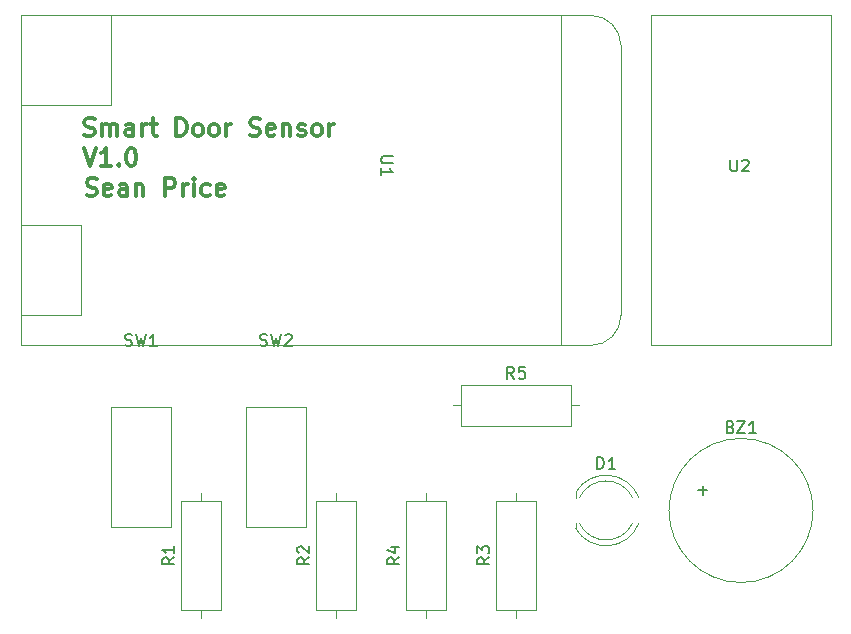
<source format=gto>
G04 #@! TF.GenerationSoftware,KiCad,Pcbnew,(6.0.2)*
G04 #@! TF.CreationDate,2022-06-07T20:46:00+01:00*
G04 #@! TF.ProjectId,Smart_Door_Sensor,536d6172-745f-4446-9f6f-725f53656e73,rev?*
G04 #@! TF.SameCoordinates,Original*
G04 #@! TF.FileFunction,Legend,Top*
G04 #@! TF.FilePolarity,Positive*
%FSLAX46Y46*%
G04 Gerber Fmt 4.6, Leading zero omitted, Abs format (unit mm)*
G04 Created by KiCad (PCBNEW (6.0.2)) date 2022-06-07 20:46:00*
%MOMM*%
%LPD*%
G01*
G04 APERTURE LIST*
%ADD10C,0.300000*%
%ADD11C,0.150000*%
%ADD12C,0.120000*%
%ADD13C,1.524000*%
%ADD14C,1.600000*%
%ADD15O,1.600000X1.600000*%
%ADD16C,2.000000*%
%ADD17R,1.600000X1.600000*%
%ADD18R,1.800000X1.800000*%
%ADD19C,1.800000*%
G04 APERTURE END LIST*
D10*
X57445000Y-81252142D02*
X57659285Y-81323571D01*
X58016428Y-81323571D01*
X58159285Y-81252142D01*
X58230714Y-81180714D01*
X58302142Y-81037857D01*
X58302142Y-80895000D01*
X58230714Y-80752142D01*
X58159285Y-80680714D01*
X58016428Y-80609285D01*
X57730714Y-80537857D01*
X57587857Y-80466428D01*
X57516428Y-80395000D01*
X57445000Y-80252142D01*
X57445000Y-80109285D01*
X57516428Y-79966428D01*
X57587857Y-79895000D01*
X57730714Y-79823571D01*
X58087857Y-79823571D01*
X58302142Y-79895000D01*
X58945000Y-81323571D02*
X58945000Y-80323571D01*
X58945000Y-80466428D02*
X59016428Y-80395000D01*
X59159285Y-80323571D01*
X59373571Y-80323571D01*
X59516428Y-80395000D01*
X59587857Y-80537857D01*
X59587857Y-81323571D01*
X59587857Y-80537857D02*
X59659285Y-80395000D01*
X59802142Y-80323571D01*
X60016428Y-80323571D01*
X60159285Y-80395000D01*
X60230714Y-80537857D01*
X60230714Y-81323571D01*
X61587857Y-81323571D02*
X61587857Y-80537857D01*
X61516428Y-80395000D01*
X61373571Y-80323571D01*
X61087857Y-80323571D01*
X60945000Y-80395000D01*
X61587857Y-81252142D02*
X61445000Y-81323571D01*
X61087857Y-81323571D01*
X60945000Y-81252142D01*
X60873571Y-81109285D01*
X60873571Y-80966428D01*
X60945000Y-80823571D01*
X61087857Y-80752142D01*
X61445000Y-80752142D01*
X61587857Y-80680714D01*
X62302142Y-81323571D02*
X62302142Y-80323571D01*
X62302142Y-80609285D02*
X62373571Y-80466428D01*
X62445000Y-80395000D01*
X62587857Y-80323571D01*
X62730714Y-80323571D01*
X63016428Y-80323571D02*
X63587857Y-80323571D01*
X63230714Y-79823571D02*
X63230714Y-81109285D01*
X63302142Y-81252142D01*
X63445000Y-81323571D01*
X63587857Y-81323571D01*
X65230714Y-81323571D02*
X65230714Y-79823571D01*
X65587857Y-79823571D01*
X65802142Y-79895000D01*
X65945000Y-80037857D01*
X66016428Y-80180714D01*
X66087857Y-80466428D01*
X66087857Y-80680714D01*
X66016428Y-80966428D01*
X65945000Y-81109285D01*
X65802142Y-81252142D01*
X65587857Y-81323571D01*
X65230714Y-81323571D01*
X66945000Y-81323571D02*
X66802142Y-81252142D01*
X66730714Y-81180714D01*
X66659285Y-81037857D01*
X66659285Y-80609285D01*
X66730714Y-80466428D01*
X66802142Y-80395000D01*
X66945000Y-80323571D01*
X67159285Y-80323571D01*
X67302142Y-80395000D01*
X67373571Y-80466428D01*
X67445000Y-80609285D01*
X67445000Y-81037857D01*
X67373571Y-81180714D01*
X67302142Y-81252142D01*
X67159285Y-81323571D01*
X66945000Y-81323571D01*
X68302142Y-81323571D02*
X68159285Y-81252142D01*
X68087857Y-81180714D01*
X68016428Y-81037857D01*
X68016428Y-80609285D01*
X68087857Y-80466428D01*
X68159285Y-80395000D01*
X68302142Y-80323571D01*
X68516428Y-80323571D01*
X68659285Y-80395000D01*
X68730714Y-80466428D01*
X68802142Y-80609285D01*
X68802142Y-81037857D01*
X68730714Y-81180714D01*
X68659285Y-81252142D01*
X68516428Y-81323571D01*
X68302142Y-81323571D01*
X69445000Y-81323571D02*
X69445000Y-80323571D01*
X69445000Y-80609285D02*
X69516428Y-80466428D01*
X69587857Y-80395000D01*
X69730714Y-80323571D01*
X69873571Y-80323571D01*
X71445000Y-81252142D02*
X71659285Y-81323571D01*
X72016428Y-81323571D01*
X72159285Y-81252142D01*
X72230714Y-81180714D01*
X72302142Y-81037857D01*
X72302142Y-80895000D01*
X72230714Y-80752142D01*
X72159285Y-80680714D01*
X72016428Y-80609285D01*
X71730714Y-80537857D01*
X71587857Y-80466428D01*
X71516428Y-80395000D01*
X71445000Y-80252142D01*
X71445000Y-80109285D01*
X71516428Y-79966428D01*
X71587857Y-79895000D01*
X71730714Y-79823571D01*
X72087857Y-79823571D01*
X72302142Y-79895000D01*
X73516428Y-81252142D02*
X73373571Y-81323571D01*
X73087857Y-81323571D01*
X72945000Y-81252142D01*
X72873571Y-81109285D01*
X72873571Y-80537857D01*
X72945000Y-80395000D01*
X73087857Y-80323571D01*
X73373571Y-80323571D01*
X73516428Y-80395000D01*
X73587857Y-80537857D01*
X73587857Y-80680714D01*
X72873571Y-80823571D01*
X74230714Y-80323571D02*
X74230714Y-81323571D01*
X74230714Y-80466428D02*
X74302142Y-80395000D01*
X74445000Y-80323571D01*
X74659285Y-80323571D01*
X74802142Y-80395000D01*
X74873571Y-80537857D01*
X74873571Y-81323571D01*
X75516428Y-81252142D02*
X75659285Y-81323571D01*
X75945000Y-81323571D01*
X76087857Y-81252142D01*
X76159285Y-81109285D01*
X76159285Y-81037857D01*
X76087857Y-80895000D01*
X75945000Y-80823571D01*
X75730714Y-80823571D01*
X75587857Y-80752142D01*
X75516428Y-80609285D01*
X75516428Y-80537857D01*
X75587857Y-80395000D01*
X75730714Y-80323571D01*
X75945000Y-80323571D01*
X76087857Y-80395000D01*
X77016428Y-81323571D02*
X76873571Y-81252142D01*
X76802142Y-81180714D01*
X76730714Y-81037857D01*
X76730714Y-80609285D01*
X76802142Y-80466428D01*
X76873571Y-80395000D01*
X77016428Y-80323571D01*
X77230714Y-80323571D01*
X77373571Y-80395000D01*
X77445000Y-80466428D01*
X77516428Y-80609285D01*
X77516428Y-81037857D01*
X77445000Y-81180714D01*
X77373571Y-81252142D01*
X77230714Y-81323571D01*
X77016428Y-81323571D01*
X78159285Y-81323571D02*
X78159285Y-80323571D01*
X78159285Y-80609285D02*
X78230714Y-80466428D01*
X78302142Y-80395000D01*
X78445000Y-80323571D01*
X78587857Y-80323571D01*
X57630714Y-86332142D02*
X57845000Y-86403571D01*
X58202142Y-86403571D01*
X58345000Y-86332142D01*
X58416428Y-86260714D01*
X58487857Y-86117857D01*
X58487857Y-85975000D01*
X58416428Y-85832142D01*
X58345000Y-85760714D01*
X58202142Y-85689285D01*
X57916428Y-85617857D01*
X57773571Y-85546428D01*
X57702142Y-85475000D01*
X57630714Y-85332142D01*
X57630714Y-85189285D01*
X57702142Y-85046428D01*
X57773571Y-84975000D01*
X57916428Y-84903571D01*
X58273571Y-84903571D01*
X58487857Y-84975000D01*
X59702142Y-86332142D02*
X59559285Y-86403571D01*
X59273571Y-86403571D01*
X59130714Y-86332142D01*
X59059285Y-86189285D01*
X59059285Y-85617857D01*
X59130714Y-85475000D01*
X59273571Y-85403571D01*
X59559285Y-85403571D01*
X59702142Y-85475000D01*
X59773571Y-85617857D01*
X59773571Y-85760714D01*
X59059285Y-85903571D01*
X61059285Y-86403571D02*
X61059285Y-85617857D01*
X60987857Y-85475000D01*
X60845000Y-85403571D01*
X60559285Y-85403571D01*
X60416428Y-85475000D01*
X61059285Y-86332142D02*
X60916428Y-86403571D01*
X60559285Y-86403571D01*
X60416428Y-86332142D01*
X60345000Y-86189285D01*
X60345000Y-86046428D01*
X60416428Y-85903571D01*
X60559285Y-85832142D01*
X60916428Y-85832142D01*
X61059285Y-85760714D01*
X61773571Y-85403571D02*
X61773571Y-86403571D01*
X61773571Y-85546428D02*
X61845000Y-85475000D01*
X61987857Y-85403571D01*
X62202142Y-85403571D01*
X62345000Y-85475000D01*
X62416428Y-85617857D01*
X62416428Y-86403571D01*
X64273571Y-86403571D02*
X64273571Y-84903571D01*
X64845000Y-84903571D01*
X64987857Y-84975000D01*
X65059285Y-85046428D01*
X65130714Y-85189285D01*
X65130714Y-85403571D01*
X65059285Y-85546428D01*
X64987857Y-85617857D01*
X64845000Y-85689285D01*
X64273571Y-85689285D01*
X65773571Y-86403571D02*
X65773571Y-85403571D01*
X65773571Y-85689285D02*
X65845000Y-85546428D01*
X65916428Y-85475000D01*
X66059285Y-85403571D01*
X66202142Y-85403571D01*
X66702142Y-86403571D02*
X66702142Y-85403571D01*
X66702142Y-84903571D02*
X66630714Y-84975000D01*
X66702142Y-85046428D01*
X66773571Y-84975000D01*
X66702142Y-84903571D01*
X66702142Y-85046428D01*
X68059285Y-86332142D02*
X67916428Y-86403571D01*
X67630714Y-86403571D01*
X67487857Y-86332142D01*
X67416428Y-86260714D01*
X67345000Y-86117857D01*
X67345000Y-85689285D01*
X67416428Y-85546428D01*
X67487857Y-85475000D01*
X67630714Y-85403571D01*
X67916428Y-85403571D01*
X68059285Y-85475000D01*
X69273571Y-86332142D02*
X69130714Y-86403571D01*
X68845000Y-86403571D01*
X68702142Y-86332142D01*
X68630714Y-86189285D01*
X68630714Y-85617857D01*
X68702142Y-85475000D01*
X68845000Y-85403571D01*
X69130714Y-85403571D01*
X69273571Y-85475000D01*
X69345000Y-85617857D01*
X69345000Y-85760714D01*
X68630714Y-85903571D01*
X57404285Y-82363571D02*
X57904285Y-83863571D01*
X58404285Y-82363571D01*
X59690000Y-83863571D02*
X58832857Y-83863571D01*
X59261428Y-83863571D02*
X59261428Y-82363571D01*
X59118571Y-82577857D01*
X58975714Y-82720714D01*
X58832857Y-82792142D01*
X60332857Y-83720714D02*
X60404285Y-83792142D01*
X60332857Y-83863571D01*
X60261428Y-83792142D01*
X60332857Y-83720714D01*
X60332857Y-83863571D01*
X61332857Y-82363571D02*
X61475714Y-82363571D01*
X61618571Y-82435000D01*
X61690000Y-82506428D01*
X61761428Y-82649285D01*
X61832857Y-82935000D01*
X61832857Y-83292142D01*
X61761428Y-83577857D01*
X61690000Y-83720714D01*
X61618571Y-83792142D01*
X61475714Y-83863571D01*
X61332857Y-83863571D01*
X61190000Y-83792142D01*
X61118571Y-83720714D01*
X61047142Y-83577857D01*
X60975714Y-83292142D01*
X60975714Y-82935000D01*
X61047142Y-82649285D01*
X61118571Y-82506428D01*
X61190000Y-82435000D01*
X61332857Y-82363571D01*
D11*
X60896666Y-99059761D02*
X61039523Y-99107380D01*
X61277619Y-99107380D01*
X61372857Y-99059761D01*
X61420476Y-99012142D01*
X61468095Y-98916904D01*
X61468095Y-98821666D01*
X61420476Y-98726428D01*
X61372857Y-98678809D01*
X61277619Y-98631190D01*
X61087142Y-98583571D01*
X60991904Y-98535952D01*
X60944285Y-98488333D01*
X60896666Y-98393095D01*
X60896666Y-98297857D01*
X60944285Y-98202619D01*
X60991904Y-98155000D01*
X61087142Y-98107380D01*
X61325238Y-98107380D01*
X61468095Y-98155000D01*
X61801428Y-98107380D02*
X62039523Y-99107380D01*
X62230000Y-98393095D01*
X62420476Y-99107380D01*
X62658571Y-98107380D01*
X63563333Y-99107380D02*
X62991904Y-99107380D01*
X63277619Y-99107380D02*
X63277619Y-98107380D01*
X63182380Y-98250238D01*
X63087142Y-98345476D01*
X62991904Y-98393095D01*
X72326666Y-99059761D02*
X72469523Y-99107380D01*
X72707619Y-99107380D01*
X72802857Y-99059761D01*
X72850476Y-99012142D01*
X72898095Y-98916904D01*
X72898095Y-98821666D01*
X72850476Y-98726428D01*
X72802857Y-98678809D01*
X72707619Y-98631190D01*
X72517142Y-98583571D01*
X72421904Y-98535952D01*
X72374285Y-98488333D01*
X72326666Y-98393095D01*
X72326666Y-98297857D01*
X72374285Y-98202619D01*
X72421904Y-98155000D01*
X72517142Y-98107380D01*
X72755238Y-98107380D01*
X72898095Y-98155000D01*
X73231428Y-98107380D02*
X73469523Y-99107380D01*
X73660000Y-98393095D01*
X73850476Y-99107380D01*
X74088571Y-98107380D01*
X74421904Y-98202619D02*
X74469523Y-98155000D01*
X74564761Y-98107380D01*
X74802857Y-98107380D01*
X74898095Y-98155000D01*
X74945714Y-98202619D01*
X74993333Y-98297857D01*
X74993333Y-98393095D01*
X74945714Y-98535952D01*
X74374285Y-99107380D01*
X74993333Y-99107380D01*
X65042380Y-117006666D02*
X64566190Y-117340000D01*
X65042380Y-117578095D02*
X64042380Y-117578095D01*
X64042380Y-117197142D01*
X64090000Y-117101904D01*
X64137619Y-117054285D01*
X64232857Y-117006666D01*
X64375714Y-117006666D01*
X64470952Y-117054285D01*
X64518571Y-117101904D01*
X64566190Y-117197142D01*
X64566190Y-117578095D01*
X65042380Y-116054285D02*
X65042380Y-116625714D01*
X65042380Y-116340000D02*
X64042380Y-116340000D01*
X64185238Y-116435238D01*
X64280476Y-116530476D01*
X64328095Y-116625714D01*
X93813333Y-101872380D02*
X93480000Y-101396190D01*
X93241904Y-101872380D02*
X93241904Y-100872380D01*
X93622857Y-100872380D01*
X93718095Y-100920000D01*
X93765714Y-100967619D01*
X93813333Y-101062857D01*
X93813333Y-101205714D01*
X93765714Y-101300952D01*
X93718095Y-101348571D01*
X93622857Y-101396190D01*
X93241904Y-101396190D01*
X94718095Y-100872380D02*
X94241904Y-100872380D01*
X94194285Y-101348571D01*
X94241904Y-101300952D01*
X94337142Y-101253333D01*
X94575238Y-101253333D01*
X94670476Y-101300952D01*
X94718095Y-101348571D01*
X94765714Y-101443809D01*
X94765714Y-101681904D01*
X94718095Y-101777142D01*
X94670476Y-101824761D01*
X94575238Y-101872380D01*
X94337142Y-101872380D01*
X94241904Y-101824761D01*
X94194285Y-101777142D01*
X112133095Y-83317380D02*
X112133095Y-84126904D01*
X112180714Y-84222142D01*
X112228333Y-84269761D01*
X112323571Y-84317380D01*
X112514047Y-84317380D01*
X112609285Y-84269761D01*
X112656904Y-84222142D01*
X112704523Y-84126904D01*
X112704523Y-83317380D01*
X113133095Y-83412619D02*
X113180714Y-83365000D01*
X113275952Y-83317380D01*
X113514047Y-83317380D01*
X113609285Y-83365000D01*
X113656904Y-83412619D01*
X113704523Y-83507857D01*
X113704523Y-83603095D01*
X113656904Y-83745952D01*
X113085476Y-84317380D01*
X113704523Y-84317380D01*
X112149047Y-105958571D02*
X112291904Y-106006190D01*
X112339523Y-106053809D01*
X112387142Y-106149047D01*
X112387142Y-106291904D01*
X112339523Y-106387142D01*
X112291904Y-106434761D01*
X112196666Y-106482380D01*
X111815714Y-106482380D01*
X111815714Y-105482380D01*
X112149047Y-105482380D01*
X112244285Y-105530000D01*
X112291904Y-105577619D01*
X112339523Y-105672857D01*
X112339523Y-105768095D01*
X112291904Y-105863333D01*
X112244285Y-105910952D01*
X112149047Y-105958571D01*
X111815714Y-105958571D01*
X112720476Y-105482380D02*
X113387142Y-105482380D01*
X112720476Y-106482380D01*
X113387142Y-106482380D01*
X114291904Y-106482380D02*
X113720476Y-106482380D01*
X114006190Y-106482380D02*
X114006190Y-105482380D01*
X113910952Y-105625238D01*
X113815714Y-105720476D01*
X113720476Y-105768095D01*
X109399047Y-111301428D02*
X110160952Y-111301428D01*
X109780000Y-111682380D02*
X109780000Y-110920476D01*
X76472380Y-117006666D02*
X75996190Y-117340000D01*
X76472380Y-117578095D02*
X75472380Y-117578095D01*
X75472380Y-117197142D01*
X75520000Y-117101904D01*
X75567619Y-117054285D01*
X75662857Y-117006666D01*
X75805714Y-117006666D01*
X75900952Y-117054285D01*
X75948571Y-117101904D01*
X75996190Y-117197142D01*
X75996190Y-117578095D01*
X75567619Y-116625714D02*
X75520000Y-116578095D01*
X75472380Y-116482857D01*
X75472380Y-116244761D01*
X75520000Y-116149523D01*
X75567619Y-116101904D01*
X75662857Y-116054285D01*
X75758095Y-116054285D01*
X75900952Y-116101904D01*
X76472380Y-116673333D01*
X76472380Y-116054285D01*
X84092380Y-117006666D02*
X83616190Y-117340000D01*
X84092380Y-117578095D02*
X83092380Y-117578095D01*
X83092380Y-117197142D01*
X83140000Y-117101904D01*
X83187619Y-117054285D01*
X83282857Y-117006666D01*
X83425714Y-117006666D01*
X83520952Y-117054285D01*
X83568571Y-117101904D01*
X83616190Y-117197142D01*
X83616190Y-117578095D01*
X83425714Y-116149523D02*
X84092380Y-116149523D01*
X83044761Y-116387619D02*
X83759047Y-116625714D01*
X83759047Y-116006666D01*
X83557619Y-83058095D02*
X82748095Y-83058095D01*
X82652857Y-83105714D01*
X82605238Y-83153333D01*
X82557619Y-83248571D01*
X82557619Y-83439047D01*
X82605238Y-83534285D01*
X82652857Y-83581904D01*
X82748095Y-83629523D01*
X83557619Y-83629523D01*
X82557619Y-84629523D02*
X82557619Y-84058095D01*
X82557619Y-84343809D02*
X83557619Y-84343809D01*
X83414761Y-84248571D01*
X83319523Y-84153333D01*
X83271904Y-84058095D01*
X100860404Y-109522380D02*
X100860404Y-108522380D01*
X101098500Y-108522380D01*
X101241357Y-108570000D01*
X101336595Y-108665238D01*
X101384214Y-108760476D01*
X101431833Y-108950952D01*
X101431833Y-109093809D01*
X101384214Y-109284285D01*
X101336595Y-109379523D01*
X101241357Y-109474761D01*
X101098500Y-109522380D01*
X100860404Y-109522380D01*
X102384214Y-109522380D02*
X101812785Y-109522380D01*
X102098500Y-109522380D02*
X102098500Y-108522380D01*
X102003261Y-108665238D01*
X101908023Y-108760476D01*
X101812785Y-108808095D01*
X91712380Y-117006666D02*
X91236190Y-117340000D01*
X91712380Y-117578095D02*
X90712380Y-117578095D01*
X90712380Y-117197142D01*
X90760000Y-117101904D01*
X90807619Y-117054285D01*
X90902857Y-117006666D01*
X91045714Y-117006666D01*
X91140952Y-117054285D01*
X91188571Y-117101904D01*
X91236190Y-117197142D01*
X91236190Y-117578095D01*
X90712380Y-116673333D02*
X90712380Y-116054285D01*
X91093333Y-116387619D01*
X91093333Y-116244761D01*
X91140952Y-116149523D01*
X91188571Y-116101904D01*
X91283809Y-116054285D01*
X91521904Y-116054285D01*
X91617142Y-116101904D01*
X91664761Y-116149523D01*
X91712380Y-116244761D01*
X91712380Y-116530476D01*
X91664761Y-116625714D01*
X91617142Y-116673333D01*
D12*
X59690000Y-104235000D02*
X64770000Y-104235000D01*
X64770000Y-104235000D02*
X64770000Y-114395000D01*
X64770000Y-114395000D02*
X59690000Y-114395000D01*
X59690000Y-114395000D02*
X59690000Y-104235000D01*
X71120000Y-104235000D02*
X76200000Y-104235000D01*
X76200000Y-104235000D02*
X76200000Y-114395000D01*
X76200000Y-114395000D02*
X71120000Y-114395000D01*
X71120000Y-114395000D02*
X71120000Y-104235000D01*
X69030000Y-112220000D02*
X65590000Y-112220000D01*
X67310000Y-122150000D02*
X67310000Y-121460000D01*
X69030000Y-121460000D02*
X69030000Y-112220000D01*
X65590000Y-112220000D02*
X65590000Y-121460000D01*
X67310000Y-111530000D02*
X67310000Y-112220000D01*
X65590000Y-121460000D02*
X69030000Y-121460000D01*
X98600000Y-105860000D02*
X98600000Y-102420000D01*
X99290000Y-104140000D02*
X98600000Y-104140000D01*
X89360000Y-102420000D02*
X89360000Y-105860000D01*
X98600000Y-102420000D02*
X89360000Y-102420000D01*
X88670000Y-104140000D02*
X89360000Y-104140000D01*
X89360000Y-105860000D02*
X98600000Y-105860000D01*
X120620000Y-71120000D02*
X120620000Y-99060000D01*
X120620000Y-99060000D02*
X105380000Y-99060000D01*
X105380000Y-99060000D02*
X105380000Y-71120000D01*
X105380000Y-71120000D02*
X120620000Y-71120000D01*
X119130000Y-113030000D02*
G75*
G03*
X119130000Y-113030000I-6100000J0D01*
G01*
X77020000Y-121460000D02*
X80460000Y-121460000D01*
X78740000Y-122150000D02*
X78740000Y-121460000D01*
X77020000Y-112220000D02*
X77020000Y-121460000D01*
X80460000Y-112220000D02*
X77020000Y-112220000D01*
X80460000Y-121460000D02*
X80460000Y-112220000D01*
X78740000Y-111530000D02*
X78740000Y-112220000D01*
X88080000Y-112220000D02*
X84640000Y-112220000D01*
X86360000Y-111530000D02*
X86360000Y-112220000D01*
X84640000Y-112220000D02*
X84640000Y-121460000D01*
X88080000Y-121460000D02*
X88080000Y-112220000D01*
X84640000Y-121460000D02*
X88080000Y-121460000D01*
X86360000Y-122150000D02*
X86360000Y-121460000D01*
X52070000Y-99060000D02*
X52070000Y-71120000D01*
X97790000Y-71120000D02*
X97790000Y-99060000D01*
X102870000Y-73660000D02*
X102870000Y-96520000D01*
X100330000Y-99060000D02*
X52070000Y-99060000D01*
X52070000Y-71120000D02*
X100330000Y-71120000D01*
X52070000Y-96520000D02*
X57150000Y-96520000D01*
X57150000Y-96520000D02*
X57150000Y-88900000D01*
X57150000Y-88900000D02*
X52070000Y-88900000D01*
X52070000Y-88900000D02*
X52070000Y-96520000D01*
X52070000Y-71120000D02*
X59690000Y-71120000D01*
X59690000Y-71120000D02*
X59690000Y-78740000D01*
X59690000Y-78740000D02*
X52070000Y-78740000D01*
X52070000Y-78740000D02*
X52070000Y-71120000D01*
X100330000Y-99060000D02*
G75*
G03*
X102870000Y-96520000I-1J2540001D01*
G01*
X102870000Y-73660000D02*
G75*
G03*
X100330000Y-71120000I-2540001J-1D01*
G01*
X99038500Y-111485000D02*
X99038500Y-111950000D01*
X99038500Y-114110000D02*
X99038500Y-114575000D01*
X99343816Y-114110000D02*
G75*
G03*
X103852979Y-114110429I2254684J1080000D01*
G01*
X104386314Y-111949173D02*
G75*
G03*
X99038500Y-111485170I-2787814J-1080826D01*
G01*
X99038500Y-114574830D02*
G75*
G03*
X104386315Y-114110827I2560000J1544831D01*
G01*
X103852979Y-111949571D02*
G75*
G03*
X99343816Y-111950000I-2254479J-1080429D01*
G01*
X95700000Y-112220000D02*
X92260000Y-112220000D01*
X93980000Y-122150000D02*
X93980000Y-121460000D01*
X92260000Y-121460000D02*
X95700000Y-121460000D01*
X93980000Y-111530000D02*
X93980000Y-112220000D01*
X92260000Y-112220000D02*
X92260000Y-121460000D01*
X95700000Y-121460000D02*
X95700000Y-112220000D01*
%LPC*%
D13*
X62230000Y-106775000D03*
X62230000Y-109315000D03*
X62230000Y-111855000D03*
X73660000Y-106775000D03*
X73660000Y-109315000D03*
X73660000Y-111855000D03*
D14*
X67310000Y-123190000D03*
D15*
X67310000Y-110490000D03*
D14*
X87630000Y-104140000D03*
D15*
X100330000Y-104140000D03*
D16*
X110460000Y-104140000D03*
X115540000Y-104140000D03*
D17*
X109780000Y-113030000D03*
D14*
X116280000Y-113030000D03*
X78740000Y-123190000D03*
D15*
X78740000Y-110490000D03*
D14*
X86360000Y-123190000D03*
D15*
X86360000Y-110490000D03*
D13*
X95250000Y-73660000D03*
X92710000Y-73660000D03*
X90170000Y-73660000D03*
X87630000Y-73660000D03*
X85090000Y-73660000D03*
X82550000Y-73660000D03*
X80010000Y-73660000D03*
X77470000Y-73660000D03*
X74930000Y-73660000D03*
X72390000Y-73660000D03*
X69850000Y-73660000D03*
X67310000Y-73660000D03*
X64770000Y-73660000D03*
X64770000Y-96520000D03*
X67310000Y-96520000D03*
X69850000Y-96520000D03*
X72390000Y-96520000D03*
X74930000Y-96520000D03*
X77470000Y-96520000D03*
X80010000Y-96520000D03*
X82550000Y-96520000D03*
X85090000Y-96520000D03*
X87630000Y-96520000D03*
X90170000Y-96520000D03*
X92710000Y-96520000D03*
X95250000Y-96520000D03*
D18*
X98360000Y-113030000D03*
D19*
X100519000Y-113030000D03*
X102678000Y-113030000D03*
X104837000Y-113030000D03*
D14*
X93980000Y-123190000D03*
D15*
X93980000Y-110490000D03*
M02*

</source>
